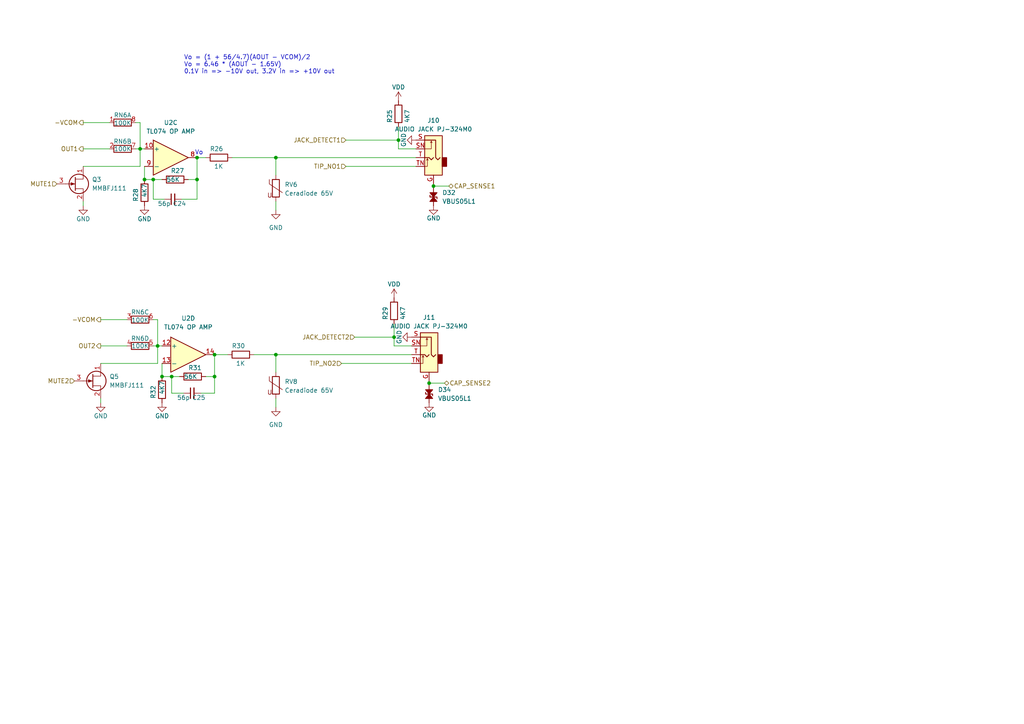
<source format=kicad_sch>
(kicad_sch (version 20250114) (generator "eeschema") (generator_version "9.0")
  (paper "A4")
  (lib_symbols
    (symbol "Amplifier_Operational:TL074" (pin_names (offset 0.127))
      (property "Reference" "U" (at 0 5.08 0))
      (property "Value" "TL074" (at 0 -5.08 0))
      (symbol "TL074_1_1"
        (polyline (pts (xy -5.08 5.08) (xy 5.08 0) (xy -5.08 -5.08) (xy -5.08 5.08)) (stroke (width 0.254)) (fill (type background)))
        (pin input line (at -7.62 2.54 0) (length 2.54) (name "+") (number "3"))
        (pin input line (at -7.62 -2.54 0) (length 2.54) (name "-") (number "2"))
        (pin output line (at 7.62 0 180) (length 2.54) (name "~") (number "1"))
      )
      (symbol "TL074_2_1"
        (polyline (pts (xy -5.08 5.08) (xy 5.08 0) (xy -5.08 -5.08) (xy -5.08 5.08)) (stroke (width 0.254)) (fill (type background)))
        (pin input line (at -7.62 2.54 0) (length 2.54) (name "+") (number "5"))
        (pin input line (at -7.62 -2.54 0) (length 2.54) (name "-") (number "6"))
        (pin output line (at 7.62 0 180) (length 2.54) (name "~") (number "7"))
      )
      (symbol "TL074_3_1"
        (polyline (pts (xy -5.08 5.08) (xy 5.08 0) (xy -5.08 -5.08) (xy -5.08 5.08)) (stroke (width 0.254)) (fill (type background)))
        (pin input line (at -7.62 2.54 0) (length 2.54) (name "+") (number "10"))
        (pin input line (at -7.62 -2.54 0) (length 2.54) (name "-") (number "9"))
        (pin output line (at 7.62 0 180) (length 2.54) (name "~") (number "8"))
      )
      (symbol "TL074_4_1"
        (polyline (pts (xy -5.08 5.08) (xy 5.08 0) (xy -5.08 -5.08) (xy -5.08 5.08)) (stroke (width 0.254)) (fill (type background)))
        (pin input line (at -7.62 2.54 0) (length 2.54) (name "+") (number "12"))
        (pin input line (at -7.62 -2.54 0) (length 2.54) (name "-") (number "13"))
        (pin output line (at 7.62 0 180) (length 2.54) (name "~") (number "14"))
      )
      (symbol "TL074_5_1"
        (pin power_in line (at -2.54 7.62 270) (length 3.81) (name "V+") (number "4"))
        (pin power_in line (at -2.54 -7.62 90) (length 3.81) (name "V-") (number "11"))
      )
    )
    (symbol "Connector:AudioJack2_Ground_Switch"
      (property "Reference" "J" (at 0 11.43 0))
      (property "Value" "AudioJack2_Ground_Switch" (at 0 8.89 0))
      (symbol "AudioJack2_Ground_Switch_0_1"
        (rectangle (start -2.54 -2.54) (end -3.81 0) (stroke (width 0.254)) (fill (type outline)))
        (rectangle (start 2.54 6.35) (end -2.54 -5.08) (stroke (width 0.254)) (fill (type background)))
      )
      (symbol "AudioJack2_Ground_Switch_1_1"
        (polyline (pts (xy 0 0) (xy 0.635 -0.635) (xy 1.27 0) (xy 2.54 0)) (stroke (width 0.254)))
        (polyline (pts (xy 0.635 4.826) (xy 0.889 4.318)))
        (polyline (pts (xy 1.778 -0.254) (xy 2.032 -0.762)))
        (polyline (pts (xy 2.54 5.08) (xy -0.635 5.08) (xy -0.635 0) (xy -1.27 -0.635) (xy -1.905 0)) (stroke (width 0.254)))
        (polyline (pts (xy 2.54 2.54) (xy 0.635 2.54) (xy 0.635 4.826) (xy 0.381 4.318)))
        (polyline (pts (xy 2.54 -2.54) (xy 1.778 -2.54) (xy 1.778 -0.254) (xy 1.524 -0.762)))
        (pin passive line (at 0 -7.62 90) (length 2.54) (name "~") (number "G"))
        (pin passive line (at 5.08 5.08 180) (length 2.54) (name "~") (number "S"))
        (pin passive line (at 5.08 2.54 180) (length 2.54) (name "~") (number "SN"))
        (pin passive line (at 5.08 0 180) (length 2.54) (name "~") (number "T"))
        (pin passive line (at 5.08 -2.54 180) (length 2.54) (name "~") (number "TN"))
      )
    )
    (symbol "Device:C_Small" (pin_numbers (hide yes)) (pin_names (offset 0.254) (hide yes))
      (property "Reference" "C" (at 0.254 1.778 0))
      (property "Value" "C_Small" (at 0.254 -2.032 0))
      (symbol "C_Small_0_1"
        (polyline (pts (xy -1.524 0.508) (xy 1.524 0.508)) (stroke (width 0.3048)))
        (polyline (pts (xy -1.524 -0.508) (xy 1.524 -0.508)) (stroke (width 0.3302)))
      )
      (symbol "C_Small_1_1"
        (pin passive line (at 0 2.54 270) (length 2.032) (name "~") (number "1"))
        (pin passive line (at 0 -2.54 90) (length 2.032) (name "~") (number "2"))
      )
    )
    (symbol "Device:D_TVS_Small_Filled" (pin_numbers (hide yes)) (pin_names (offset 1.016) (hide yes))
      (property "Reference" "D" (at 0 2.54 0))
      (property "Value" "D_TVS_Small_Filled" (at 0 -2.54 0))
      (symbol "D_TVS_Small_Filled_0_1"
        (polyline (pts (xy -1.27 0) (xy 1.27 0)))
        (polyline (pts (xy 0.508 1.016) (xy 0 1.016) (xy 0 -1.016) (xy -0.508 -1.016)) (stroke (width 0.254)))
      )
      (symbol "D_TVS_Small_Filled_1_1"
        (polyline (pts (xy -1.27 1.016) (xy -1.27 -1.016) (xy 0 0) (xy -1.27 1.016)) (stroke (width 0.254)) (fill (type outline)))
        (polyline (pts (xy 0 0) (xy 1.27 1.016) (xy 1.27 -1.016) (xy 0 0)) (stroke (width 0.254)) (fill (type outline)))
        (pin passive line (at -2.54 0 0) (length 1.27) (name "A1") (number "1"))
        (pin passive line (at 2.54 0 180) (length 1.27) (name "A2") (number "2"))
      )
    )
    (symbol "Device:R" (pin_numbers (hide yes)) (pin_names (offset 0))
      (property "Reference" "R" (at 2.032 0 90))
      (property "Value" "R" (at 0 0 90))
      (symbol "R_0_1"
        (rectangle (start -1.016 -2.54) (end 1.016 2.54) (stroke (width 0.254)))
      )
      (symbol "R_1_1"
        (pin passive line (at 0 3.81 270) (length 1.27) (name "~") (number "1"))
        (pin passive line (at 0 -3.81 90) (length 1.27) (name "~") (number "2"))
      )
    )
    (symbol "Device:R_Pack04_Split" (pin_names (offset 0) (hide yes))
      (property "Reference" "RN" (at 2.032 0 90))
      (property "Value" "R_Pack04_Split" (at 0 0 90))
      (symbol "R_Pack04_Split_0_1"
        (rectangle (start 1.016 2.54) (end -1.016 -2.54) (stroke (width 0.254)))
      )
      (symbol "R_Pack04_Split_1_1"
        (pin passive line (at 0 3.81 270) (length 1.27) (name "R1.2") (number "8"))
        (pin passive line (at 0 -3.81 90) (length 1.27) (name "R1.1") (number "1"))
      )
      (symbol "R_Pack04_Split_2_1"
        (pin passive line (at 0 3.81 270) (length 1.27) (name "R2.2") (number "7"))
        (pin passive line (at 0 -3.81 90) (length 1.27) (name "R2.1") (number "2"))
      )
      (symbol "R_Pack04_Split_3_1"
        (pin passive line (at 0 3.81 270) (length 1.27) (name "R3.2") (number "6"))
        (pin passive line (at 0 -3.81 90) (length 1.27) (name "R3.1") (number "3"))
      )
      (symbol "R_Pack04_Split_4_1"
        (pin passive line (at 0 3.81 270) (length 1.27) (name "R4.2") (number "5"))
        (pin passive line (at 0 -3.81 90) (length 1.27) (name "R4.1") (number "4"))
      )
    )
    (symbol "Device:Varistor" (pin_numbers (hide yes)) (pin_names (offset 0))
      (property "Reference" "RV" (at 3.175 0 90))
      (property "Value" "Varistor" (at -3.175 0 90))
      (symbol "Varistor_0_0"
        (text "U" (at -1.778 -2.032 0) (effects (font (size 1.27 1.27))))
      )
      (symbol "Varistor_0_1"
        (polyline (pts (xy -1.905 2.54) (xy -1.905 1.27) (xy 1.905 -1.27)))
        (rectangle (start -1.016 -2.54) (end 1.016 2.54) (stroke (width 0.254)))
      )
      (symbol "Varistor_1_1"
        (pin passive line (at 0 3.81 270) (length 1.27) (name "~") (number "1"))
        (pin passive line (at 0 -3.81 90) (length 1.27) (name "~") (number "2"))
      )
    )
    (symbol "Transistor_FET:MMBFJ111" (pin_names (hide yes))
      (property "Reference" "Q" (at 5.08 1.905 0))
      (property "Value" "MMBFJ111" (at 5.08 0 0))
      (symbol "MMBFJ111_0_1"
        (polyline (pts (xy 0 0) (xy -1.016 0.381) (xy -1.016 -0.381) (xy 0 0)) (fill (type outline)))
        (polyline (pts (xy 0.254 1.905) (xy 0.254 -1.905)) (stroke (width 0.254)))
        (polyline (pts (xy 0.254 0) (xy -2.54 0)))
        (circle (center 1.27 0) (radius 2.8194) (stroke (width 0.254)))
        (polyline (pts (xy 2.54 2.54) (xy 2.54 1.397) (xy 0.254 1.397)))
        (polyline (pts (xy 2.54 -2.54) (xy 2.54 -1.397) (xy 0.254 -1.397)))
      )
      (symbol "MMBFJ111_1_1"
        (pin input line (at -5.08 0 0) (length 2.54) (name "G") (number "3"))
        (pin passive line (at 2.54 5.08 270) (length 2.54) (name "D") (number "1"))
        (pin passive line (at 2.54 -5.08 90) (length 2.54) (name "S") (number "2"))
      )
    )
    (symbol "power:GND" (power) (pin_names (offset 0))
      (property "Value" "GND" (at 0 -3.81 0))
      (symbol "GND_0_1"
        (polyline (pts (xy 0 0) (xy 0 -1.27) (xy 1.27 -1.27) (xy 0 -2.54) (xy -1.27 -1.27) (xy 0 -1.27)))
      )
      (symbol "GND_1_1"
        (pin power_in line (at 0 0 270) (length 0) (hide yes) (name "GND") (number "1"))
      )
    )
    (symbol "power:VDD" (power) (pin_names (offset 0))
      (property "Value" "VDD" (at 0 3.81 0))
      (symbol "VDD_0_1"
        (polyline (pts (xy -0.762 1.27) (xy 0 2.54)))
        (polyline (pts (xy 0 2.54) (xy 0.762 1.27)))
        (polyline (pts (xy 0 0) (xy 0 2.54)))
      )
      (symbol "VDD_1_1"
        (pin power_in line (at 0 0 90) (length 0) (hide yes) (name "VDD") (number "1"))
      )
    )
  )
  (text "Vo" (at 56.515 45.085 0) (effects (font (size 1.27 1.27)) (justify left bottom)))
  (text "Vo = (1 + 56/4.7)(AOUT - VCOM)/2\nVo = 6.46 * (AOUT - 1.65V)\n0.1V in => -10V out, 3.2V in => +10V out" (at 53.34 21.59 0) (effects (font (size 1.27 1.27)) (justify left bottom)))
  (junction (at 46.99 109.22))
  (junction (at 125.73 53.975))
  (junction (at 80.01 102.87))
  (junction (at 62.23 102.87))
  (junction (at 62.23 109.22))
  (junction (at 57.15 52.07))
  (junction (at 57.15 45.72))
  (junction (at 45.72 100.33))
  (junction (at 114.3 97.79))
  (junction (at 40.64 43.18))
  (junction (at 44.45 52.07))
  (junction (at 49.7891 109.22))
  (junction (at 124.46 111.125))
  (junction (at 115.57 40.64))
  (junction (at 41.91 52.07))
  (junction (at 80.01 45.72))
  (wire (pts (xy 46.99 109.22) (xy 46.99 105.41)))
  (wire (pts (xy 114.3 100.33) (xy 114.3 97.79)))
  (wire (pts (xy 24.13 43.18) (xy 31.75 43.18)))
  (wire (pts (xy 80.01 102.87) (xy 119.38 102.87)))
  (wire (pts (xy 125.73 53.975) (xy 125.73 54.61)))
  (wire (pts (xy 49.7891 114.046) (xy 49.7891 109.22)))
  (wire (pts (xy 57.15 52.07) (xy 57.15 45.72)))
  (wire (pts (xy 45.72 100.33) (xy 46.99 100.33)))
  (wire (pts (xy 45.72 92.71) (xy 45.72 100.33)))
  (wire (pts (xy 47.625 57.785) (xy 44.45 57.785)))
  (wire (pts (xy 80.01 115.57) (xy 80.01 118.11)))
  (wire (pts (xy 73.66 102.87) (xy 80.01 102.87)))
  (wire (pts (xy 24.13 35.56) (xy 31.75 35.56)))
  (wire (pts (xy 46.99 52.07) (xy 44.45 52.07)))
  (wire (pts (xy 40.64 35.56) (xy 40.64 43.18)))
  (wire (pts (xy 40.64 43.18) (xy 41.91 43.18)))
  (wire (pts (xy 44.45 52.07) (xy 41.91 52.07)))
  (wire (pts (xy 115.57 43.18) (xy 120.65 43.18)))
  (wire (pts (xy 39.37 35.56) (xy 40.64 35.56)))
  (wire (pts (xy 62.23 102.87) (xy 66.04 102.87)))
  (wire (pts (xy 29.21 115.57) (xy 29.21 116.84)))
  (wire (pts (xy 80.01 45.72) (xy 80.01 50.8)))
  (wire (pts (xy 114.3 97.79) (xy 114.3 93.98)))
  (wire (pts (xy 114.3 100.33) (xy 119.38 100.33)))
  (wire (pts (xy 115.57 40.64) (xy 115.57 36.83)))
  (wire (pts (xy 39.37 43.18) (xy 40.64 43.18)))
  (wire (pts (xy 41.91 52.07) (xy 41.91 48.26)))
  (wire (pts (xy 45.72 105.41) (xy 45.72 100.33)))
  (wire (pts (xy 49.7891 109.22) (xy 46.99 109.22)))
  (wire (pts (xy 44.45 92.71) (xy 45.72 92.71)))
  (wire (pts (xy 80.01 58.42) (xy 80.01 60.96)))
  (wire (pts (xy 53.213 114.046) (xy 49.7891 114.046)))
  (wire (pts (xy 24.13 58.42) (xy 24.13 59.69)))
  (wire (pts (xy 130.175 53.975) (xy 125.73 53.975)))
  (wire (pts (xy 120.65 48.26) (xy 100.33 48.26)))
  (wire (pts (xy 62.23 114.046) (xy 62.23 109.22)))
  (wire (pts (xy 52.705 57.785) (xy 57.15 57.785)))
  (wire (pts (xy 59.69 109.22) (xy 62.23 109.22)))
  (wire (pts (xy 57.15 57.785) (xy 57.15 52.07)))
  (wire (pts (xy 57.15 45.72) (xy 59.69 45.72)))
  (wire (pts (xy 62.23 109.22) (xy 62.23 102.87)))
  (wire (pts (xy 54.61 52.07) (xy 57.15 52.07)))
  (wire (pts (xy 80.01 102.87) (xy 80.01 107.95)))
  (wire (pts (xy 124.46 110.49) (xy 124.46 111.125)))
  (wire (pts (xy 128.905 111.125) (xy 124.46 111.125)))
  (wire (pts (xy 24.13 48.26) (xy 40.64 48.26)))
  (wire (pts (xy 29.21 100.33) (xy 36.83 100.33)))
  (wire (pts (xy 100.33 40.64) (xy 115.57 40.64)))
  (wire (pts (xy 29.21 92.71) (xy 36.83 92.71)))
  (wire (pts (xy 102.87 97.79) (xy 114.3 97.79)))
  (wire (pts (xy 29.21 105.41) (xy 45.72 105.41)))
  (wire (pts (xy 115.57 43.18) (xy 115.57 40.64)))
  (wire (pts (xy 44.45 100.33) (xy 45.72 100.33)))
  (wire (pts (xy 124.46 111.125) (xy 124.46 111.76)))
  (wire (pts (xy 80.01 45.72) (xy 120.65 45.72)))
  (wire (pts (xy 125.73 53.34) (xy 125.73 53.975)))
  (wire (pts (xy 40.64 48.26) (xy 40.64 43.18)))
  (wire (pts (xy 58.293 114.046) (xy 62.23 114.046)))
  (wire (pts (xy 67.31 45.72) (xy 80.01 45.72)))
  (wire (pts (xy 44.45 57.785) (xy 44.45 52.07)))
  (wire (pts (xy 52.07 109.22) (xy 49.7891 109.22)))
  (wire (pts (xy 119.38 105.41) (xy 99.06 105.41)))
  (hierarchical_label "CAP_SENSE1" (shape bidirectional) (at 130.175 53.975 0))
  (hierarchical_label "TIP_NO1" (shape input) (at 100.33 48.26 180))
  (hierarchical_label "TIP_NO2" (shape input) (at 99.06 105.41 180))
  (hierarchical_label "OUT1" (shape output) (at 24.13 43.18 180))
  (hierarchical_label "-VCOM" (shape output) (at 29.21 92.71 180))
  (hierarchical_label "-VCOM" (shape output) (at 24.13 35.56 180))
  (hierarchical_label "MUTE1" (shape input) (at 16.51 53.34 180))
  (hierarchical_label "MUTE2" (shape input) (at 21.59 110.49 180))
  (hierarchical_label "CAP_SENSE2" (shape bidirectional) (at 128.905 111.125 0))
  (hierarchical_label "OUT2" (shape output) (at 29.21 100.33 180))
  (hierarchical_label "JACK_DETECT2" (shape input) (at 102.87 97.79 180))
  (hierarchical_label "JACK_DETECT1" (shape input) (at 100.33 40.64 180))
  (symbol (lib_id "power:GND") (at 125.73 59.69 0) (unit 1)
    (property "Reference" "#PWR0133" (effects (hide yes)))
    (property "Value" "GND" (at 123.7136 63.2772 0) (effects (justify left)))
    (instances (project "eurorack-pmod-pcb" (path "" (reference "#PWR0134") (unit 1)) (path "" (reference "#PWR0133") (unit 1))))
  )
  (symbol (lib_id "Device:R") (at 114.3 90.17 180) (unit 1)
    (property "Reference" "R21" (at 111.76 88.9 90) (effects (justify left)))
    (property "Value" "4K7" (at 116.84 88.9 90) (effects (justify left)))
    (property "Footprint" "Resistor_SMD:R_0402_1005Metric" (effects (hide yes)))
    (property "Datasheet" "https://datasheet.lcsc.com/lcsc/1809041728_YAGEO-RC0402FR-074K7L_C105871.pdf" (effects (hide yes)))
    (property "lcsc#" "C105871" (effects (hide yes)))
    (property "mfg#" "RC0402FR-074K7L" (effects (hide yes)))
    (instances (project "eurorack-pmod-pcb" (path "" (reference "R29") (unit 1)) (path "" (reference "R21") (unit 1))))
  )
  (symbol (lib_id "Device:R_Pack04_Split") (at 40.64 92.71 270) (unit 3)
    (property "Reference" "RN5" (at 40.64 90.551 90))
    (property "Value" "100K" (at 40.64 92.837 90))
    (property "Footprint" "Resistor_SMD:R_Array_Convex_4x0402" (effects (hide yes)))
    (property "Datasheet" "https://datasheet.lcsc.com/lcsc/1811141451_YAGEO-YC124-FR-07100KL_C326786.pdf" (effects (hide yes)))
    (property "mfg#" "YC124-FR-07100KL" (effects (hide yes)))
    (property "lcsc#" "C326786" (effects (hide yes)))
    (instances (project "eurorack-pmod-pcb" (path "" (reference "RN6") (unit 3)) (path "" (reference "RN5") (unit 3))))
  )
  (symbol (lib_id "power:GND") (at 80.01 118.11 0) (unit 1)
    (property "Reference" "#PWR0127" (effects (hide yes)))
    (property "Value" "GND" (at 80.01 123.19 0))
    (instances (project "eurorack-pmod-pcb" (path "" (reference "#PWR0128") (unit 1)) (path "" (reference "#PWR0127") (unit 1))))
  )
  (symbol (lib_id "Device:R_Pack04_Split") (at 40.64 100.33 270) (unit 4)
    (property "Reference" "RN5" (at 40.64 98.171 90))
    (property "Value" "100K" (at 40.64 100.33 90))
    (property "Footprint" "Resistor_SMD:R_Array_Convex_4x0402" (effects (hide yes)))
    (property "Datasheet" "https://datasheet.lcsc.com/lcsc/1811141451_YAGEO-YC124-FR-07100KL_C326786.pdf" (effects (hide yes)))
    (property "mfg#" "YC124-FR-07100KL" (effects (hide yes)))
    (property "lcsc#" "C326786" (effects (hide yes)))
    (instances (project "eurorack-pmod-pcb" (path "" (reference "RN6") (unit 4)) (path "" (reference "RN5") (unit 4))))
  )
  (symbol (lib_id "power:GND") (at 24.13 59.69 0) (unit 1)
    (property "Reference" "#PWR0137" (effects (hide yes)))
    (property "Value" "GND" (at 22.098 63.5 0) (effects (justify left)))
    (instances (project "eurorack-pmod-pcb" (path "" (reference "#PWR0138") (unit 1)) (path "" (reference "#PWR0137") (unit 1))))
  )
  (symbol (lib_id "Device:Varistor") (at 80.01 111.76 0) (unit 1)
    (property "Reference" "RV7" (at 82.55 110.6832 0) (effects (justify left)))
    (property "Value" "Ceradiode 65V" (at 82.55 113.2232 0) (effects (justify left)))
    (property "Footprint" "Capacitor_SMD:C_0603_1608Metric" (effects (hide yes)))
    (property "Description" "TDK B72500D0160H060 Ceradiode" (effects (hide yes)))
    (property "lcsc#" "C210791" (effects (hide yes)))
    (instances (project "eurorack-pmod-pcb" (path "" (reference "RV8") (unit 1)) (path "" (reference "RV7") (unit 1))))
  )
  (symbol (lib_id "power:GND") (at 119.38 97.79 270) (mirror x) (unit 1)
    (property "Reference" "#PWR084" (effects (hide yes)))
    (property "Value" "GND" (at 115.7928 99.8064 0) (effects (justify left)))
    (instances (project "eurorack-pmod-pcb" (path "" (reference "#PWR092") (unit 1)) (path "" (reference "#PWR084") (unit 1))))
  )
  (symbol (lib_id "Device:D_TVS_Small_Filled") (at 124.46 114.3 90) (unit 1)
    (property "Reference" "D33" (at 127 113.0299 90) (effects (justify right)))
    (property "Value" "VBUS05L1" (at 127 115.5699 90) (effects (justify right)))
    (property "Footprint" "LLP1006-2M:VISHAY-LLP1006-2M" (effects (hide yes)))
    (property "Description" "Bidirectional transient-voltage-suppression diode, small symbol, filled shape" (effects (hide yes)))
    (property "lcsc#" "C2649891" (effects (hide yes)))
    (instances (project "eurorack-pmod-pcb" (path "" (reference "D34") (unit 1)) (path "" (reference "D33") (unit 1))))
  )
  (symbol (lib_id "Device:R_Pack04_Split") (at 35.56 43.18 270) (unit 2)
    (property "Reference" "RN5" (at 35.56 41.021 90))
    (property "Value" "100K" (at 35.56 43.18 90))
    (property "Footprint" "Resistor_SMD:R_Array_Convex_4x0402" (effects (hide yes)))
    (property "Datasheet" "https://datasheet.lcsc.com/lcsc/1811141451_YAGEO-YC124-FR-07100KL_C326786.pdf" (effects (hide yes)))
    (property "mfg#" "YC124-FR-07100KL" (effects (hide yes)))
    (property "lcsc#" "C326786" (effects (hide yes)))
    (instances (project "eurorack-pmod-pcb" (path "" (reference "RN6") (unit 2)) (path "" (reference "RN5") (unit 2))))
  )
  (symbol (lib_id "Device:R") (at 46.99 113.03 180) (unit 1)
    (property "Reference" "R24" (at 44.45 111.76 90) (effects (justify left)))
    (property "Value" "4K7" (at 46.99 110.49 90) (effects (justify left)))
    (property "Footprint" "Resistor_SMD:R_0402_1005Metric" (effects (hide yes)))
    (property "Datasheet" "https://datasheet.lcsc.com/lcsc/1809041728_YAGEO-RC0402FR-074K7L_C105871.pdf" (effects (hide yes)))
    (property "lcsc#" "C105871" (effects (hide yes)))
    (property "mfg#" "RC0402FR-074K7L" (effects (hide yes)))
    (instances (project "eurorack-pmod-pcb" (path "" (reference "R32") (unit 1)) (path "" (reference "R24") (unit 1))))
  )
  (symbol (lib_id "power:GND") (at 29.21 116.84 0) (unit 1)
    (property "Reference" "#PWR0139" (effects (hide yes)))
    (property "Value" "GND" (at 27.178 120.65 0) (effects (justify left)))
    (instances (project "eurorack-pmod-pcb" (path "" (reference "#PWR0140") (unit 1)) (path "" (reference "#PWR0139") (unit 1))))
  )
  (symbol (lib_id "Device:R") (at 63.5 45.72 90) (unit 1)
    (property "Reference" "R18" (at 64.77 43.18 90) (effects (justify left)))
    (property "Value" "1K" (at 64.77 48.26 90) (effects (justify left)))
    (property "Footprint" "Resistor_SMD:R_0603_1608Metric" (effects (hide yes)))
    (property "Datasheet" "https://datasheet.lcsc.com/lcsc/1810182020_YAGEO-RC0603FR-071KL_C22548.pdf" (effects (hide yes)))
    (property "lcsc#" "C22548" (effects (hide yes)))
    (property "mfg#" "RC0603FR-071KL" (effects (hide yes)))
    (instances (project "eurorack-pmod-pcb" (path "" (reference "R26") (unit 1)) (path "" (reference "R18") (unit 1))))
  )
  (symbol (lib_id "power:GND") (at 41.91 59.69 0) (unit 1)
    (property "Reference" "#PWR082" (effects (hide yes)))
    (property "Value" "GND" (at 39.878 63.5 0) (effects (justify left)))
    (instances (project "eurorack-pmod-pcb" (path "" (reference "#PWR090") (unit 1)) (path "" (reference "#PWR082") (unit 1))))
  )
  (symbol (lib_id "Connector:AudioJack2_Ground_Switch") (at 125.73 45.72 0) (mirror y) (unit 1)
    (property "Reference" "J8" (at 125.73 34.925 0))
    (property "Value" "AUDIO JACK PJ-324M0" (at 125.73 37.465 0))
    (property "Footprint" "AudioJacksFixed:pj324m" (effects (hide yes)))
    (property "Datasheet" "https://datasheet.lcsc.com/lcsc/2110120730_XKB-Connectivity-PJ-324M0_C2884986.pdf" (effects (hide yes)))
    (property "lcsc#" "C2884986" (effects (hide yes)))
    (property "mfg#" "PJ-324M0" (effects (hide yes)))
    (instances (project "eurorack-pmod-pcb" (path "" (reference "J10") (unit 1)) (path "" (reference "J8") (unit 1))))
  )
  (symbol (lib_id "Device:D_TVS_Small_Filled") (at 125.73 57.15 90) (unit 1)
    (property "Reference" "D31" (at 128.27 55.8799 90) (effects (justify right)))
    (property "Value" "VBUS05L1" (at 128.27 58.4199 90) (effects (justify right)))
    (property "Footprint" "LLP1006-2M:VISHAY-LLP1006-2M" (effects (hide yes)))
    (property "Description" "Bidirectional transient-voltage-suppression diode, small symbol, filled shape" (effects (hide yes)))
    (property "lcsc#" "C2649891" (effects (hide yes)))
    (instances (project "eurorack-pmod-pcb" (path "" (reference "D32") (unit 1)) (path "" (reference "D31") (unit 1))))
  )
  (symbol (lib_id "Connector:AudioJack2_Ground_Switch") (at 124.46 102.87 0) (mirror y) (unit 1)
    (property "Reference" "J9" (at 124.46 92.075 0))
    (property "Value" "AUDIO JACK PJ-324M0" (at 124.46 94.615 0))
    (property "Footprint" "AudioJacksFixed:pj324m" (effects (hide yes)))
    (property "Datasheet" "https://datasheet.lcsc.com/lcsc/2110120730_XKB-Connectivity-PJ-324M0_C2884986.pdf" (effects (hide yes)))
    (property "lcsc#" "C2884986" (effects (hide yes)))
    (property "mfg#" "PJ-324M0" (effects (hide yes)))
    (instances (project "eurorack-pmod-pcb" (path "" (reference "J11") (unit 1)) (path "" (reference "J9") (unit 1))))
  )
  (symbol (lib_id "Device:R") (at 115.57 33.02 180) (unit 1)
    (property "Reference" "R17" (at 113.03 31.75 90) (effects (justify left)))
    (property "Value" "4K7" (at 118.11 31.75 90) (effects (justify left)))
    (property "Footprint" "Resistor_SMD:R_0402_1005Metric" (effects (hide yes)))
    (property "Datasheet" "https://datasheet.lcsc.com/lcsc/1809041728_YAGEO-RC0402FR-074K7L_C105871.pdf" (effects (hide yes)))
    (property "lcsc#" "C105871" (effects (hide yes)))
    (property "mfg#" "RC0402FR-074K7L" (effects (hide yes)))
    (instances (project "eurorack-pmod-pcb" (path "" (reference "R25") (unit 1)) (path "" (reference "R17") (unit 1))))
  )
  (symbol (lib_id "Device:R") (at 50.8 52.07 270) (unit 1)
    (property "Reference" "R19" (at 49.53 49.53 90) (effects (justify left)))
    (property "Value" "56K" (at 48.26 52.07 90) (effects (justify left)))
    (property "Footprint" "Resistor_SMD:R_0402_1005Metric" (effects (hide yes)))
    (property "Datasheet" "https://datasheet.lcsc.com/lcsc/1809041728_YAGEO-RC0402FR-074K7L_C105871.pdf" (effects (hide yes)))
    (property "lcsc#" "C114756" (effects (hide yes)))
    (property "mfg#" "RC0402FR-0756KL" (effects (hide yes)))
    (instances (project "eurorack-pmod-pcb" (path "" (reference "R27") (unit 1)) (path "" (reference "R19") (unit 1))))
  )
  (symbol (lib_id "Transistor_FET:MMBFJ111") (at 21.59 53.34 0) (unit 1)
    (property "Reference" "Q2" (at 26.67 52.0699 0) (effects (justify left)))
    (property "Value" "MMBFJ111" (at 26.67 54.6099 0) (effects (justify left)))
    (property "Footprint" "Package_TO_SOT_SMD:SOT-23" (effects (hide yes)))
    (property "Datasheet" "https://www.onsemi.com/pub/Collateral/MMBFJ113-D.PDF" (effects (hide yes)))
    (property "Description" "20mA min, 35V, 30mOhm max, 3-10V Vgs(off), N-Channel JFET, SOT-23" (effects (hide yes)))
    (instances (project "" (path "" (reference "Q3") (unit 1)) (path "" (reference "Q2") (unit 1))))
  )
  (symbol (lib_id "power:VDD") (at 114.3 86.36 0) (unit 1)
    (property "Reference" "#PWR083" (effects (hide yes)))
    (property "Value" "VDD" (at 114.3 82.423 0))
    (instances (project "eurorack-pmod-pcb" (path "" (reference "#PWR091") (unit 1)) (path "" (reference "#PWR083") (unit 1))))
  )
  (symbol (lib_id "Transistor_FET:MMBFJ111") (at 26.67 110.49 0) (unit 1)
    (property "Reference" "Q4" (at 31.75 109.2199 0) (effects (justify left)))
    (property "Value" "MMBFJ111" (at 31.75 111.7599 0) (effects (justify left)))
    (property "Footprint" "Package_TO_SOT_SMD:SOT-23" (effects (hide yes)))
    (property "Datasheet" "https://www.onsemi.com/pub/Collateral/MMBFJ113-D.PDF" (effects (hide yes)))
    (property "Description" "20mA min, 35V, 30mOhm max, 3-10V Vgs(off), N-Channel JFET, SOT-23" (effects (hide yes)))
    (instances (project "eurorack-pmod-pcb" (path "" (reference "Q5") (unit 1)) (path "" (reference "Q4") (unit 1))))
  )
  (symbol (lib_id "power:GND") (at 120.65 40.64 270) (mirror x) (unit 1)
    (property "Reference" "#PWR080" (effects (hide yes)))
    (property "Value" "GND" (at 117.0628 42.6564 0) (effects (justify left)))
    (instances (project "eurorack-pmod-pcb" (path "" (reference "#PWR088") (unit 1)) (path "" (reference "#PWR080") (unit 1))))
  )
  (symbol (lib_id "Device:R") (at 41.91 55.88 180) (unit 1)
    (property "Reference" "R20" (at 39.37 54.61 90) (effects (justify left)))
    (property "Value" "4K7" (at 41.91 53.34 90) (effects (justify left)))
    (property "Footprint" "Resistor_SMD:R_0402_1005Metric" (effects (hide yes)))
    (property "Datasheet" "https://datasheet.lcsc.com/lcsc/1809041728_YAGEO-RC0402FR-074K7L_C105871.pdf" (effects (hide yes)))
    (property "lcsc#" "C105871" (effects (hide yes)))
    (property "mfg#" "RC0402FR-074K7L" (effects (hide yes)))
    (instances (project "eurorack-pmod-pcb" (path "" (reference "R28") (unit 1)) (path "" (reference "R20") (unit 1))))
  )
  (symbol (lib_id "power:GND") (at 124.46 116.84 0) (unit 1)
    (property "Reference" "#PWR0135" (effects (hide yes)))
    (property "Value" "GND" (at 122.4436 120.4272 0) (effects (justify left)))
    (instances (project "eurorack-pmod-pcb" (path "" (reference "#PWR0136") (unit 1)) (path "" (reference "#PWR0135") (unit 1))))
  )
  (symbol (lib_id "Amplifier_Operational:TL074") (at 54.61 102.87 0) (unit 2)
    (property "Reference" "U2" (at 54.61 92.329 0))
    (property "Value" "TL074 OP AMP" (at 54.61 94.869 0))
    (property "Footprint" "Package_SO:SOIC-14_3.9x8.7mm_P1.27mm" (effects (hide yes)))
    (property "Datasheet" "http://www.ti.com/lit/ds/symlink/tl071.pdf" (effects (hide yes)))
    (property "dig#" "497-2204-1-ND" (effects (hide yes)))
    (property "mfg#" "TL074CDT" (effects (hide yes)))
    (property "lcsc#" "C6963" (effects (hide yes)))
    (instances (project "eurorack-pmod-pcb" (path "" (reference "U2") (unit 4)) (path "" (reference "U2") (unit 2))))
  )
  (symbol (lib_id "Device:R") (at 55.88 109.22 270) (unit 1)
    (property "Reference" "R23" (at 54.61 106.68 90) (effects (justify left)))
    (property "Value" "56K" (at 53.34 109.22 90) (effects (justify left)))
    (property "Footprint" "Resistor_SMD:R_0402_1005Metric" (effects (hide yes)))
    (property "Datasheet" "https://datasheet.lcsc.com/lcsc/1809041728_YAGEO-RC0402FR-074K7L_C105871.pdf" (effects (hide yes)))
    (property "lcsc#" "C114756" (effects (hide yes)))
    (property "mfg#" "RC0402FR-0756KL" (effects (hide yes)))
    (instances (project "eurorack-pmod-pcb" (path "" (reference "R31") (unit 1)) (path "" (reference "R23") (unit 1))))
  )
  (symbol (lib_id "Device:R_Pack04_Split") (at 35.56 35.56 270) (unit 1)
    (property "Reference" "RN5" (at 35.56 33.401 90))
    (property "Value" "100K" (at 35.56 35.687 90))
    (property "Footprint" "Resistor_SMD:R_Array_Convex_4x0402" (effects (hide yes)))
    (property "Datasheet" "https://datasheet.lcsc.com/lcsc/1811141451_YAGEO-YC124-FR-07100KL_C326786.pdf" (effects (hide yes)))
    (property "mfg#" "YC124-FR-07100KL" (effects (hide yes)))
    (property "lcsc#" "C326786" (effects (hide yes)))
    (instances (project "eurorack-pmod-pcb" (path "" (reference "RN6") (unit 1)) (path "" (reference "RN5") (unit 1))))
  )
  (symbol (lib_id "power:GND") (at 46.99 116.84 0) (unit 1)
    (property "Reference" "#PWR086" (effects (hide yes)))
    (property "Value" "GND" (at 44.958 120.65 0) (effects (justify left)))
    (instances (project "eurorack-pmod-pcb" (path "" (reference "#PWR094") (unit 1)) (path "" (reference "#PWR086") (unit 1))))
  )
  (symbol (lib_id "power:VDD") (at 115.57 29.21 0) (unit 1)
    (property "Reference" "#PWR079" (effects (hide yes)))
    (property "Value" "VDD" (at 115.57 25.273 0))
    (instances (project "eurorack-pmod-pcb" (path "" (reference "#PWR087") (unit 1)) (path "" (reference "#PWR079") (unit 1))))
  )
  (symbol (lib_id "Device:R") (at 69.85 102.87 90) (unit 1)
    (property "Reference" "R22" (at 71.12 100.33 90) (effects (justify left)))
    (property "Value" "1K" (at 71.12 105.41 90) (effects (justify left)))
    (property "Footprint" "Resistor_SMD:R_0603_1608Metric" (effects (hide yes)))
    (property "Datasheet" "https://datasheet.lcsc.com/lcsc/1810182020_YAGEO-RC0603FR-071KL_C22548.pdf" (effects (hide yes)))
    (property "lcsc#" "C22548" (effects (hide yes)))
    (property "mfg#" "RC0603FR-071KL" (effects (hide yes)))
    (instances (project "eurorack-pmod-pcb" (path "" (reference "R30") (unit 1)) (path "" (reference "R22") (unit 1))))
  )
  (symbol (lib_id "Device:Varistor") (at 80.01 54.61 0) (unit 1)
    (property "Reference" "RV5" (at 82.55 53.5332 0) (effects (justify left)))
    (property "Value" "Ceradiode 65V" (at 82.55 56.0732 0) (effects (justify left)))
    (property "Footprint" "Capacitor_SMD:C_0603_1608Metric" (effects (hide yes)))
    (property "Description" "TDK B72500D0160H060 Ceradiode" (effects (hide yes)))
    (property "lcsc#" "C210791" (effects (hide yes)))
    (instances (project "eurorack-pmod-pcb" (path "" (reference "RV6") (unit 1)) (path "" (reference "RV5") (unit 1))))
  )
  (symbol (lib_id "Amplifier_Operational:TL074") (at 49.53 45.72 0) (unit 1)
    (property "Reference" "U2" (at 49.53 35.56 0))
    (property "Value" "TL074 OP AMP" (at 49.53 38.1 0))
    (property "Footprint" "Package_SO:SOIC-14_3.9x8.7mm_P1.27mm" (effects (hide yes)))
    (property "Datasheet" "http://www.ti.com/lit/ds/symlink/tl071.pdf" (effects (hide yes)))
    (property "dig#" "497-2204-1-ND" (effects (hide yes)))
    (property "mfg#" "TL074CDT" (effects (hide yes)))
    (property "lcsc#" "C6963" (effects (hide yes)))
    (instances (project "eurorack-pmod-pcb" (path "" (reference "U2") (unit 3)) (path "" (reference "U2") (unit 1))))
  )
  (symbol (lib_id "Device:C_Small") (at 50.165 57.785 90) (unit 1)
    (property "Reference" "C22" (at 52.07 59.055 90))
    (property "Value" "56p" (at 47.625 59.055 90))
    (property "Footprint" "Capacitor_SMD:C_0402_1005Metric" (effects (hide yes)))
    (property "Datasheet" "https://datasheet.lcsc.com/lcsc/2005262133_YAGEO-CC0402FRNPO9BN560_C526981.pdf" (effects (hide yes)))
    (property "lcsc#" "C526981" (effects (hide yes)))
    (property "mfg#" "CC0402FRNPO9BN560" (effects (hide yes)))
    (instances (project "eurorack-pmod-pcb" (path "" (reference "C24") (unit 1)) (path "" (reference "C22") (unit 1))))
  )
  (symbol (lib_id "Device:C_Small") (at 55.753 114.046 90) (unit 1)
    (property "Reference" "C23" (at 57.658 115.316 90))
    (property "Value" "56p" (at 53.213 115.316 90))
    (property "Footprint" "Capacitor_SMD:C_0402_1005Metric" (effects (hide yes)))
    (property "Datasheet" "https://datasheet.lcsc.com/lcsc/2005262133_YAGEO-CC0402FRNPO9BN560_C526981.pdf" (effects (hide yes)))
    (property "lcsc#" "C526981" (effects (hide yes)))
    (property "mfg#" "CC0402FRNPO9BN560" (effects (hide yes)))
    (instances (project "eurorack-pmod-pcb" (path "" (reference "C25") (unit 1)) (path "" (reference "C23") (unit 1))))
  )
  (symbol (lib_id "power:GND") (at 80.01 60.96 0) (unit 1)
    (property "Reference" "#PWR0125" (effects (hide yes)))
    (property "Value" "GND" (at 80.01 66.04 0))
    (instances (project "eurorack-pmod-pcb" (path "" (reference "#PWR0126") (unit 1)) (path "" (reference "#PWR0125") (unit 1))))
  )
)
</source>
